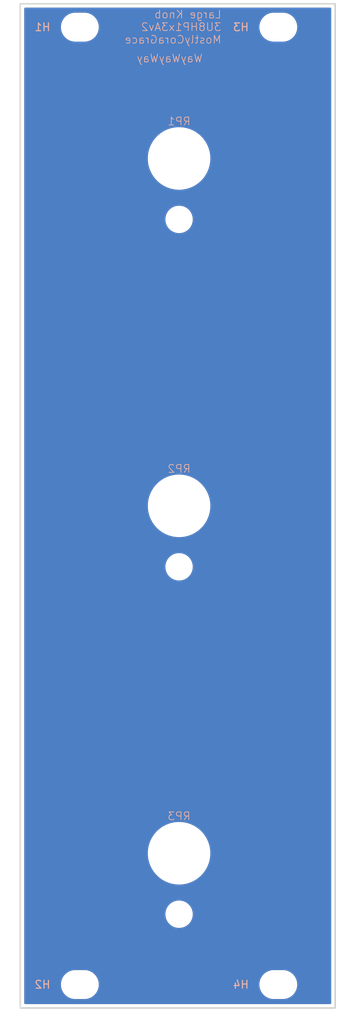
<source format=kicad_pcb>
(kicad_pcb (version 20241229) (generator "pcbnew") (generator_version "9.0")
  (layers (0 "F.Cu" signal) (2 "B.Cu" signal) (13 "F.Paste" user) (15 "B.Paste" user) (5 "F.SilkS" user "F.Silkscreen") (7 "B.SilkS" user "B.Silkscreen") (1 "F.Mask" user) (3 "B.Mask" user) (25 "Edge.Cuts" user))
  (net 0 "")
  (footprint "EXC:Rotary_Potentiometer_M7_Panel_Mount" (layer "F.Cu") (at 20.32 66.675)
    (property "Reference" "RP2" (at 0 -4.75 0) (layer "B.SilkS") (effects (font (thickness 0.1)) (justify mirror)))
    (property "Value" "M7_Panel_Mount_Rotary_Potentiometer")
    (pad "" np_thru_hole circle (at 0 0) (size 7.5 7.5) (drill 7.5) (layers "*.Cu" "*.Mask"))
    (pad "" np_thru_hole circle (at 0 7.8) (size 3 3) (drill 3) (layers "*.Cu" "*.Mask"))
  )
  (footprint "EXC:Rotary_Potentiometer_M7_Panel_Mount" (layer "F.Cu") (at 20.32 22.225)
    (property "Reference" "RP1" (at 0 -4.75 0) (layer "B.SilkS") (effects (font (thickness 0.1)) (justify mirror)))
    (property "Value" "M7_Panel_Mount_Rotary_Potentiometer")
    (pad "" np_thru_hole circle (at 0 0) (size 7.5 7.5) (drill 7.5) (layers "*.Cu" "*.Mask"))
    (pad "" np_thru_hole circle (at 0 7.8) (size 3 3) (drill 3) (layers "*.Cu" "*.Mask"))
  )
  (footprint "EXC:MountingHole_3.2mm_M3" (layer "F.Cu") (at 33.02 127.925)
    (property "Reference" "H4" (at -3.683 0 0) (layer "B.SilkS") (effects (justify left mirror)))
    (property "Value" "Eurorack_M3_MountingHole")
    (pad "" np_thru_hole oval (at 0 0) (size 4.34 3.2) (drill oval 4.34 3.2) (layers "*.Cu" "*.Mask"))
  )
  (footprint "EXC:Rotary_Potentiometer_M7_Panel_Mount" (layer "F.Cu") (at 20.32 111.125)
    (property "Reference" "RP3" (at 0 -4.75 0) (layer "B.SilkS") (effects (font (thickness 0.1)) (justify mirror)))
    (property "Value" "M7_Panel_Mount_Rotary_Potentiometer")
    (pad "" np_thru_hole circle (at 0 0) (size 7.5 7.5) (drill 7.5) (layers "*.Cu" "*.Mask"))
    (pad "" np_thru_hole circle (at 0 7.8) (size 3 3) (drill 3) (layers "*.Cu" "*.Mask"))
  )
  (footprint "EXC:MountingHole_3.2mm_M3" (layer "F.Cu") (at 7.62 127.925)
    (property "Reference" "H2" (at -3.683 0 0) (layer "B.SilkS") (effects (justify left mirror)))
    (property "Value" "Eurorack_M3_MountingHole")
    (pad "" np_thru_hole oval (at 0 0) (size 4.34 3.2) (drill oval 4.34 3.2) (layers "*.Cu" "*.Mask"))
  )
  (footprint "EXC:MountingHole_3.2mm_M3" (layer "F.Cu") (at 33.02 5.425)
    (property "Reference" "H3" (at -3.683 0 0) (layer "B.SilkS") (effects (justify left mirror)))
    (property "Value" "Eurorack_M3_MountingHole")
    (pad "" np_thru_hole oval (at 0 0) (size 4.34 3.2) (drill oval 4.34 3.2) (layers "*.Cu" "*.Mask"))
  )
  (footprint "EXC:MountingHole_3.2mm_M3" (layer "F.Cu") (at 7.62 5.425)
    (property "Reference" "H1" (at -3.683 0 0) (layer "B.SilkS") (effects (justify left mirror)))
    (property "Value" "Eurorack_M3_MountingHole")
    (pad "" np_thru_hole oval (at 0 0) (size 4.34 3.2) (drill oval 4.34 3.2) (layers "*.Cu" "*.Mask"))
  )
  (gr_rect (start 0 2.425) (end 40.3 130.925) (stroke (width 0.2)) (fill no) (layer "Edge.Cuts"))
  (gr_text "WayWayWay" (at 23.4 10 0) (layer "B.SilkS") (effects (font (size 1 1) (thickness 0.1)) (justify left bottom mirror)))
  (gr_text "Large Knob\n3U8HP1x3Av2\nMostlyCoraGrace" (at 25.8 7.6 0) (layer "B.SilkS") (effects (font (size 1 1) (thickness 0.1)) (justify left bottom mirror)))
  (zone (net 0) (net_name "") (layers "F.Cu" "B.Cu") (connect_pads (clearance 0.5)) (min_thickness 0.25) (fill yes (thermal_gap 0.5) (thermal_bridge_width 0.5) (island_removal_mode 1) (island_area_min 10))
    (polygon (pts (xy 0 2.425) (xy 40.3 2.425) (xy 40.3 130.925) (xy 0 130.925)))
  )
)
</source>
